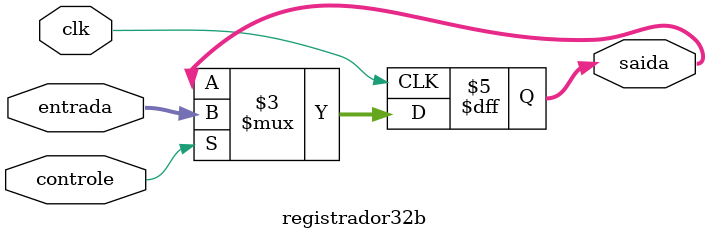
<source format=v>
module registrador32b(controle, clk, entrada, saida);
		input [31:0] entrada;
		input controle, clk;
		output reg [31:0] saida;
		
always @(posedge clk)begin

	if(controle == 1'b1) saida <= entrada;
		
end

endmodule

</source>
